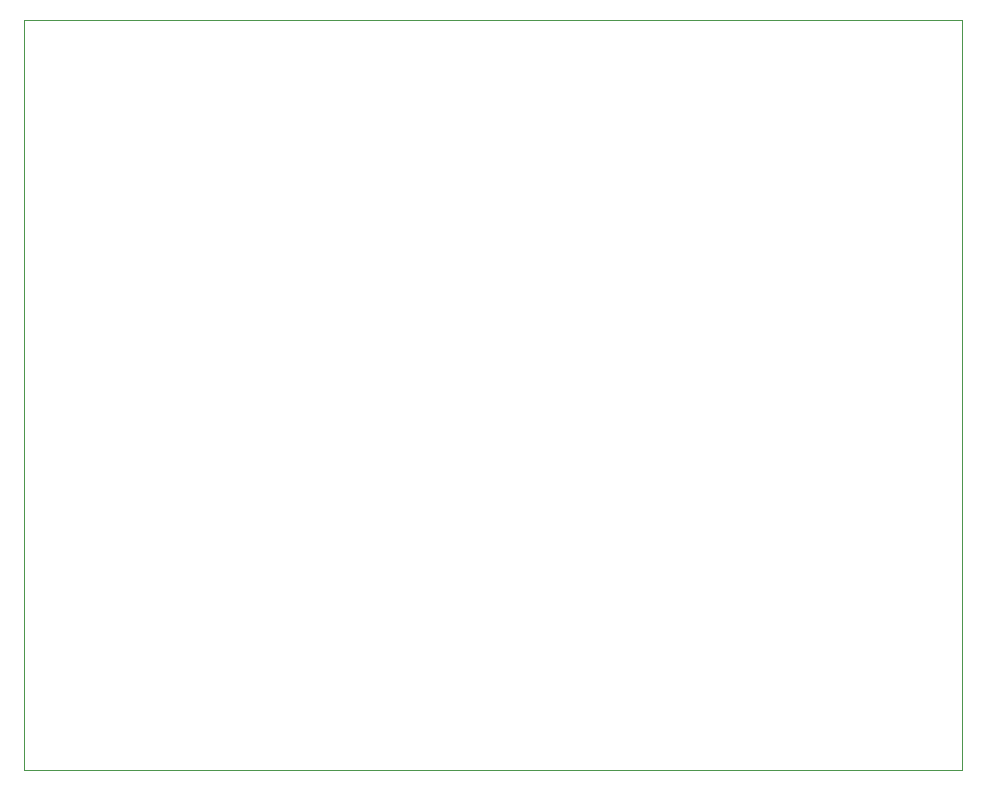
<source format=gbr>
%TF.GenerationSoftware,KiCad,Pcbnew,(7.0.0)*%
%TF.CreationDate,2023-05-19T14:17:50+07:00*%
%TF.ProjectId,wonder-reader-mk2-v2,776f6e64-6572-42d7-9265-616465722d6d,rev?*%
%TF.SameCoordinates,Original*%
%TF.FileFunction,Profile,NP*%
%FSLAX46Y46*%
G04 Gerber Fmt 4.6, Leading zero omitted, Abs format (unit mm)*
G04 Created by KiCad (PCBNEW (7.0.0)) date 2023-05-19 14:17:50*
%MOMM*%
%LPD*%
G01*
G04 APERTURE LIST*
%TA.AperFunction,Profile*%
%ADD10C,0.100000*%
%TD*%
G04 APERTURE END LIST*
D10*
X103348553Y-69863938D02*
X182745453Y-69863938D01*
X182745453Y-69863938D02*
X182745453Y-133363938D01*
X182745453Y-133363938D02*
X103348553Y-133363938D01*
X103348553Y-133363938D02*
X103348553Y-69863938D01*
M02*

</source>
